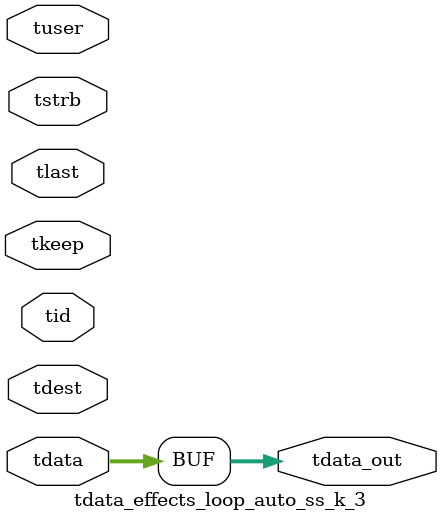
<source format=v>


`timescale 1ps/1ps

module tdata_effects_loop_auto_ss_k_3 #
(
parameter C_S_AXIS_TDATA_WIDTH = 32,
parameter C_S_AXIS_TUSER_WIDTH = 0,
parameter C_S_AXIS_TID_WIDTH   = 0,
parameter C_S_AXIS_TDEST_WIDTH = 0,
parameter C_M_AXIS_TDATA_WIDTH = 32
)
(
input  [(C_S_AXIS_TDATA_WIDTH == 0 ? 1 : C_S_AXIS_TDATA_WIDTH)-1:0     ] tdata,
input  [(C_S_AXIS_TUSER_WIDTH == 0 ? 1 : C_S_AXIS_TUSER_WIDTH)-1:0     ] tuser,
input  [(C_S_AXIS_TID_WIDTH   == 0 ? 1 : C_S_AXIS_TID_WIDTH)-1:0       ] tid,
input  [(C_S_AXIS_TDEST_WIDTH == 0 ? 1 : C_S_AXIS_TDEST_WIDTH)-1:0     ] tdest,
input  [(C_S_AXIS_TDATA_WIDTH/8)-1:0 ] tkeep,
input  [(C_S_AXIS_TDATA_WIDTH/8)-1:0 ] tstrb,
input                                                                    tlast,
output [C_M_AXIS_TDATA_WIDTH-1:0] tdata_out
);

assign tdata_out = {tdata[63:0]};

endmodule


</source>
